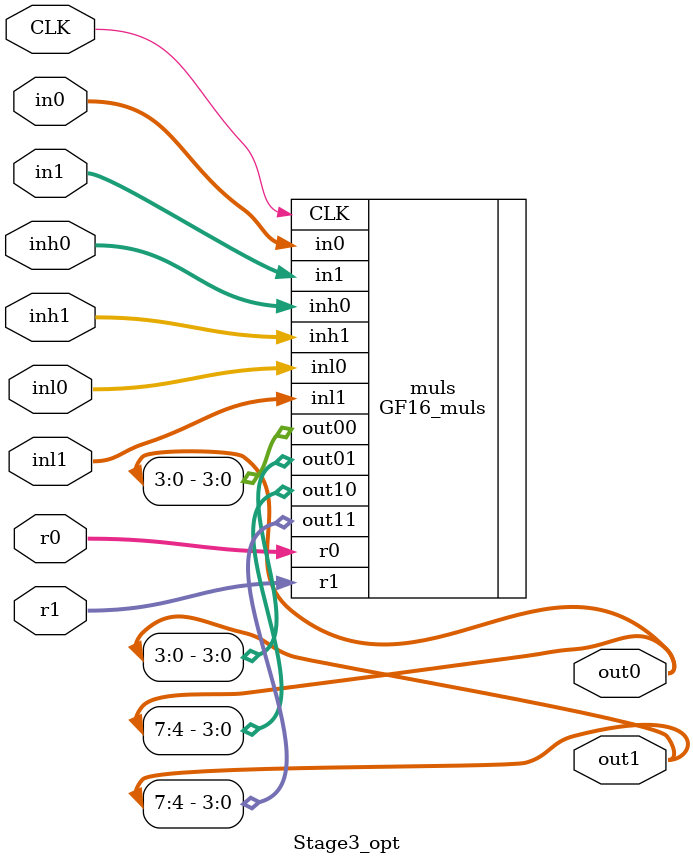
<source format=v>
module Stage3_opt (inh0, inh1, inl0, inl1, in0, in1,
               out0, out1, r0, r1, CLK);
  input [3:0] inh0, inh1, inl0, inl1, in0, in1;
  // output [3:0] out00, out01, out10, out11;
  output [7:0] out0, out1;
  input [3:0] r0, r1;
  input CLK;

  GF16_muls muls (.inh0(inh0), .inh1(inh1), .inl0(inl0), .inl1(inl1),
             .in0(in0), .in1(in1),
             .out00(out0[3:0]), .out01(out1[3:0]), .out10(out0[7:4]), .out11(out1[7:4]),
             .r0(r0), .r1(r1), .CLK(CLK));

endmodule // Stage3_opt

</source>
